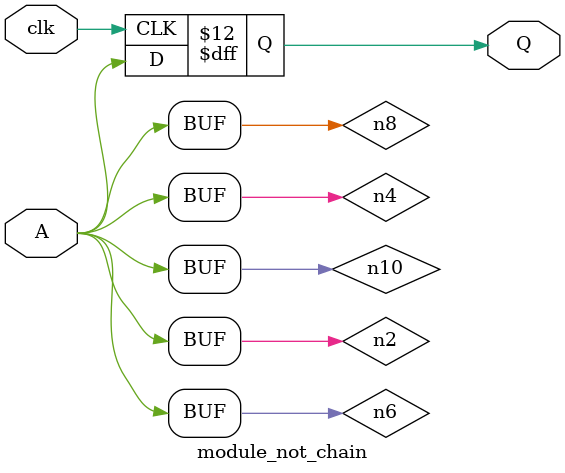
<source format=v>
module module_not_chain(A, clk, Q);
input A, clk;
output reg Q;
wire n1, n2, n3, n4, n5, n6, n7, n8, n9, n10;

assign n1 = ~A;
assign n2 = ~n1;
assign n3 = ~n2;
assign n4 = ~n3;
assign n5 = ~n4;
assign n6 = ~n5;
assign n7 = ~n6;
assign n8 = ~n7;
assign n9 = ~n8;
assign n10 = ~n9;

always @(posedge clk)
    Q <= n10;
endmodule

</source>
